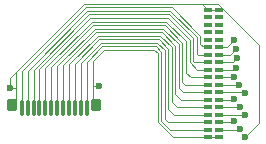
<source format=gbr>
%TF.GenerationSoftware,KiCad,Pcbnew,9.0.1*%
%TF.CreationDate,2025-07-04T15:05:31+02:00*%
%TF.ProjectId,USB_36pinOmnetics_bend,5553425f-3336-4706-996e-4f6d6e657469,rev?*%
%TF.SameCoordinates,Original*%
%TF.FileFunction,Copper,L2,Bot*%
%TF.FilePolarity,Positive*%
%FSLAX46Y46*%
G04 Gerber Fmt 4.6, Leading zero omitted, Abs format (unit mm)*
G04 Created by KiCad (PCBNEW 9.0.1) date 2025-07-04 15:05:31*
%MOMM*%
%LPD*%
G01*
G04 APERTURE LIST*
G04 Aperture macros list*
%AMRoundRect*
0 Rectangle with rounded corners*
0 $1 Rounding radius*
0 $2 $3 $4 $5 $6 $7 $8 $9 X,Y pos of 4 corners*
0 Add a 4 corners polygon primitive as box body*
4,1,4,$2,$3,$4,$5,$6,$7,$8,$9,$2,$3,0*
0 Add four circle primitives for the rounded corners*
1,1,$1+$1,$2,$3*
1,1,$1+$1,$4,$5*
1,1,$1+$1,$6,$7*
1,1,$1+$1,$8,$9*
0 Add four rect primitives between the rounded corners*
20,1,$1+$1,$2,$3,$4,$5,0*
20,1,$1+$1,$4,$5,$6,$7,0*
20,1,$1+$1,$6,$7,$8,$9,0*
20,1,$1+$1,$8,$9,$2,$3,0*%
G04 Aperture macros list end*
%TA.AperFunction,SMDPad,CuDef*%
%ADD10R,0.762000X0.381000*%
%TD*%
%TA.AperFunction,SMDPad,CuDef*%
%ADD11RoundRect,0.050000X-0.115000X-0.625000X0.115000X-0.625000X0.115000X0.625000X-0.115000X0.625000X0*%
%TD*%
%TA.AperFunction,SMDPad,CuDef*%
%ADD12RoundRect,0.120000X0.280000X0.415000X-0.280000X0.415000X-0.280000X-0.415000X0.280000X-0.415000X0*%
%TD*%
%TA.AperFunction,SMDPad,CuDef*%
%ADD13RoundRect,0.120000X-0.280000X-0.415000X0.280000X-0.415000X0.280000X0.415000X-0.280000X0.415000X0*%
%TD*%
%TA.AperFunction,ViaPad*%
%ADD14C,0.600000*%
%TD*%
%TA.AperFunction,Conductor*%
%ADD15C,0.100000*%
%TD*%
G04 APERTURE END LIST*
D10*
%TO.P,J1,1,1*%
%TO.N,GND*%
X149000000Y-105770250D03*
%TO.P,J1,2,2*%
%TO.N,Net-(J1-Pad2)*%
X149000000Y-105135250D03*
%TO.P,J1,3,3*%
%TO.N,Net-(J1-Pad3)*%
X149000000Y-104500250D03*
%TO.P,J1,4,4*%
%TO.N,Net-(J1-Pad4)*%
X149000000Y-103865250D03*
%TO.P,J1,5,5*%
%TO.N,Net-(J1-Pad5)*%
X149000000Y-103230250D03*
%TO.P,J1,6,6*%
%TO.N,Net-(J1-Pad6)*%
X149000000Y-102595250D03*
%TO.P,J1,7,7*%
%TO.N,Net-(J1-Pad7)*%
X149000000Y-101960250D03*
%TO.P,J1,8,8*%
%TO.N,Net-(J1-Pad8)*%
X149000000Y-101325250D03*
%TO.P,J1,9,9*%
%TO.N,Net-(J1-Pad9)*%
X149000000Y-100690250D03*
%TO.P,J1,10,10*%
%TO.N,Net-(J1-Pad10)*%
X149000000Y-100055250D03*
%TO.P,J1,11,11*%
%TO.N,Net-(J1-Pad11)*%
X149000000Y-99420250D03*
%TO.P,J1,12,12*%
%TO.N,Net-(J1-Pad12)*%
X149000000Y-98785250D03*
%TO.P,J1,13,13*%
%TO.N,Net-(J1-Pad13)*%
X149000000Y-98150250D03*
%TO.P,J1,14,14*%
%TO.N,unconnected-(J1-Pad14)*%
X149000000Y-97515250D03*
%TO.P,J1,15,15*%
%TO.N,unconnected-(J1-Pad15)*%
X149000000Y-96880250D03*
%TO.P,J1,16,16*%
%TO.N,unconnected-(J1-Pad16)*%
X149000000Y-96245250D03*
%TO.P,J1,17,17*%
%TO.N,unconnected-(J1-Pad17)*%
X149000000Y-95610250D03*
%TO.P,J1,18,18*%
%TO.N,GND*%
X149000000Y-94975250D03*
%TO.P,J1,19,19*%
X148060200Y-105770250D03*
%TO.P,J1,20,20*%
%TO.N,Net-(J1-Pad20)*%
X148060200Y-105135250D03*
%TO.P,J1,21,21*%
%TO.N,Net-(J1-Pad21)*%
X148060200Y-104500250D03*
%TO.P,J1,22,22*%
%TO.N,Net-(J1-Pad22)*%
X148060200Y-103865250D03*
%TO.P,J1,23,23*%
%TO.N,Net-(J1-Pad23)*%
X148060200Y-103230250D03*
%TO.P,J1,24,24*%
%TO.N,Net-(J1-Pad24)*%
X148060200Y-102595250D03*
%TO.P,J1,25,25*%
%TO.N,Net-(J1-Pad25)*%
X148060200Y-101960250D03*
%TO.P,J1,26,26*%
%TO.N,Net-(J1-Pad26)*%
X148060200Y-101325250D03*
%TO.P,J1,27,27*%
%TO.N,Net-(J1-Pad27)*%
X148060200Y-100690250D03*
%TO.P,J1,28,28*%
%TO.N,Net-(J1-Pad28)*%
X148060200Y-100055250D03*
%TO.P,J1,29,29*%
%TO.N,Net-(J1-Pad29)*%
X148060200Y-99420250D03*
%TO.P,J1,30,30*%
%TO.N,Net-(J1-Pad30)*%
X148060200Y-98785250D03*
%TO.P,J1,31,31*%
%TO.N,Net-(J1-Pad31)*%
X148060200Y-98150250D03*
%TO.P,J1,32,32*%
%TO.N,unconnected-(J1-Pad32)*%
X148060200Y-97515250D03*
%TO.P,J1,33,33*%
%TO.N,unconnected-(J1-Pad33)*%
X148060200Y-96880250D03*
%TO.P,J1,34,34*%
%TO.N,unconnected-(J1-Pad34)*%
X148060200Y-96245250D03*
%TO.P,J1,35,35*%
%TO.N,unconnected-(J1-Pad35)*%
X148060200Y-95610250D03*
%TO.P,J1,36,36*%
%TO.N,GND*%
X148060200Y-94975250D03*
%TD*%
D11*
%TO.P,U2,12,12*%
%TO.N,Net-(J1-Pad31)*%
X132300000Y-103300000D03*
%TO.P,U2,13,13*%
%TO.N,Net-(J1-Pad30)*%
X132800000Y-103300000D03*
%TO.P,U2,14,14*%
%TO.N,Net-(J1-Pad29)*%
X133300000Y-103300000D03*
%TO.P,U2,15,15*%
%TO.N,Net-(J1-Pad28)*%
X133800000Y-103300000D03*
%TO.P,U2,16,16*%
%TO.N,Net-(J1-Pad27)*%
X134300000Y-103300000D03*
%TO.P,U2,17,17*%
%TO.N,Net-(J1-Pad26)*%
X134800000Y-103300000D03*
%TO.P,U2,18,18*%
%TO.N,Net-(J1-Pad25)*%
X135300000Y-103300000D03*
%TO.P,U2,19,19*%
%TO.N,Net-(J1-Pad24)*%
X135800000Y-103300000D03*
%TO.P,U2,20,20*%
%TO.N,Net-(J1-Pad23)*%
X136300000Y-103300000D03*
%TO.P,U2,21,21*%
%TO.N,Net-(J1-Pad22)*%
X136800000Y-103300000D03*
%TO.P,U2,22,22*%
%TO.N,Net-(J1-Pad21)*%
X137300000Y-103300000D03*
%TO.P,U2,23,23*%
%TO.N,Net-(J1-Pad20)*%
X137800000Y-103300000D03*
D12*
%TO.P,U2,26,26*%
%TO.N,GND*%
X131500000Y-102990000D03*
D13*
%TO.P,U2,27,27*%
X138600000Y-102990000D03*
%TD*%
D14*
%TO.N,GND*%
X151194284Y-105741958D03*
X131300000Y-101600000D03*
X138805500Y-101400000D03*
%TO.N,Net-(J1-Pad2)*%
X150751678Y-105075547D03*
%TO.N,Net-(J1-Pad3)*%
X150300000Y-104415250D03*
%TO.N,Net-(J1-Pad4)*%
X151200000Y-103900000D03*
%TO.N,Net-(J1-Pad5)*%
X150800000Y-103200000D03*
%TO.N,Net-(J1-Pad6)*%
X150300000Y-102510250D03*
%TO.N,Net-(J1-Pad7)*%
X151172942Y-102017417D03*
%TO.N,Net-(J1-Pad8)*%
X150735124Y-101347850D03*
%TO.N,Net-(J1-Pad9)*%
X150276947Y-100692047D03*
%TO.N,Net-(J1-Pad10)*%
X150455941Y-99912326D03*
%TO.N,Net-(J1-Pad11)*%
X150551001Y-99079502D03*
%TO.N,Net-(J1-Pad12)*%
X150402398Y-98293422D03*
%TO.N,Net-(J1-Pad13)*%
X150300000Y-97500000D03*
%TD*%
D15*
%TO.N,GND*%
X131300000Y-100769351D02*
X131300000Y-101600000D01*
X137612351Y-94457000D02*
X131300000Y-100769351D01*
X148920250Y-94457000D02*
X137612351Y-94457000D01*
X152400000Y-97936750D02*
X148920250Y-94457000D01*
X152400000Y-104536242D02*
X152400000Y-97936750D01*
X151194284Y-105741958D02*
X152400000Y-104536242D01*
X131300000Y-101600000D02*
X131800000Y-101600000D01*
X131800000Y-103000000D02*
X131800000Y-101600000D01*
X138805500Y-101400000D02*
X138300000Y-101400000D01*
X138300000Y-101400000D02*
X138300000Y-101300000D01*
X138300000Y-101300000D02*
X138300000Y-99303165D01*
X149000000Y-94975250D02*
X148060200Y-94975250D01*
X149000000Y-105770250D02*
X148060200Y-105770250D01*
%TO.N,Net-(J1-Pad2)*%
X150691975Y-105135250D02*
X149000000Y-105135250D01*
X150751678Y-105075547D02*
X150691975Y-105135250D01*
%TO.N,Net-(J1-Pad3)*%
X150300000Y-104415250D02*
X150215000Y-104500250D01*
X150215000Y-104500250D02*
X149000000Y-104500250D01*
%TO.N,Net-(J1-Pad4)*%
X151165250Y-103865250D02*
X149000000Y-103865250D01*
X151200000Y-103900000D02*
X151165250Y-103865250D01*
%TO.N,Net-(J1-Pad5)*%
X150769750Y-103230250D02*
X149000000Y-103230250D01*
X150800000Y-103200000D02*
X150769750Y-103230250D01*
%TO.N,Net-(J1-Pad6)*%
X150215000Y-102595250D02*
X149000000Y-102595250D01*
X150300000Y-102510250D02*
X150215000Y-102595250D01*
%TO.N,Net-(J1-Pad7)*%
X151115775Y-101960250D02*
X149000000Y-101960250D01*
X151172942Y-102017417D02*
X151115775Y-101960250D01*
%TO.N,Net-(J1-Pad8)*%
X150712524Y-101325250D02*
X149000000Y-101325250D01*
X150735124Y-101347850D02*
X150712524Y-101325250D01*
%TO.N,Net-(J1-Pad9)*%
X149990250Y-100690250D02*
X149000000Y-100690250D01*
X149992047Y-100692047D02*
X149990250Y-100690250D01*
X150276947Y-100692047D02*
X149992047Y-100692047D01*
%TO.N,Net-(J1-Pad10)*%
X150455941Y-99912326D02*
X150313017Y-100055250D01*
X150313017Y-100055250D02*
X149000000Y-100055250D01*
%TO.N,Net-(J1-Pad11)*%
X150210253Y-99420250D02*
X149000000Y-99420250D01*
X150551001Y-99079502D02*
X150210253Y-99420250D01*
%TO.N,Net-(J1-Pad12)*%
X149910570Y-98785250D02*
X149000000Y-98785250D01*
X150402398Y-98293422D02*
X149910570Y-98785250D01*
%TO.N,Net-(J1-Pad13)*%
X149649750Y-98150250D02*
X149000000Y-98150250D01*
X150300000Y-97500000D02*
X149649750Y-98150250D01*
%TO.N,GND*%
X147541950Y-94457000D02*
X148060200Y-94975250D01*
X137612351Y-94457000D02*
X147541950Y-94457000D01*
X131800000Y-100269351D02*
X137612351Y-94457000D01*
X131800000Y-101600000D02*
X131800000Y-100269351D01*
X143800000Y-98643665D02*
X143800000Y-104500000D01*
X145070250Y-105770250D02*
X148060200Y-105770250D01*
X143526335Y-98370000D02*
X143800000Y-98643665D01*
X139233165Y-98370000D02*
X143526335Y-98370000D01*
X138300000Y-99303165D02*
X139233165Y-98370000D01*
X138300000Y-103000000D02*
X138300000Y-101400000D01*
X143800000Y-104500000D02*
X145070250Y-105770250D01*
%TO.N,Net-(J1-Pad20)*%
X144860928Y-105135250D02*
X148060200Y-105135250D01*
X144101000Y-104375322D02*
X144860928Y-105135250D01*
X143651013Y-98069000D02*
X144101000Y-98518987D01*
X137800000Y-99377487D02*
X139108487Y-98069000D01*
X139108487Y-98069000D02*
X143651013Y-98069000D01*
X144101000Y-98518987D02*
X144101000Y-104375322D01*
X137800000Y-103300000D02*
X137800000Y-99377487D01*
%TO.N,Net-(J1-Pad21)*%
X144402000Y-104250644D02*
X144651606Y-104500250D01*
X137300000Y-99451809D02*
X138983809Y-97768000D01*
X143775691Y-97768000D02*
X144402000Y-98394309D01*
X144402000Y-98394309D02*
X144402000Y-104250644D01*
X144651606Y-104500250D02*
X148060200Y-104500250D01*
X137300000Y-103300000D02*
X137300000Y-99451809D01*
X138983809Y-97768000D02*
X143775691Y-97768000D01*
%TO.N,Net-(J1-Pad22)*%
X145165250Y-103865250D02*
X148060200Y-103865250D01*
X144703000Y-103403000D02*
X145165250Y-103865250D01*
X144703000Y-98269631D02*
X144703000Y-103403000D01*
X138859131Y-97467000D02*
X143900369Y-97467000D01*
X136800000Y-99526131D02*
X138859131Y-97467000D01*
X136800000Y-103300000D02*
X136800000Y-99526131D01*
X143900369Y-97467000D02*
X144703000Y-98269631D01*
%TO.N,Net-(J1-Pad23)*%
X145004000Y-102800000D02*
X145434250Y-103230250D01*
X144025047Y-97166000D02*
X145004000Y-98144953D01*
X145004000Y-98144953D02*
X145004000Y-102800000D01*
X138734453Y-97166000D02*
X144025047Y-97166000D01*
X136300000Y-99600453D02*
X138734453Y-97166000D01*
X136300000Y-103300000D02*
X136300000Y-99600453D01*
X145434250Y-103230250D02*
X148060200Y-103230250D01*
%TO.N,Net-(J1-Pad24)*%
X145305000Y-102100000D02*
X145800250Y-102595250D01*
X145305000Y-98020275D02*
X145305000Y-102100000D01*
X145800250Y-102595250D02*
X148060200Y-102595250D01*
X138609775Y-96865000D02*
X144149725Y-96865000D01*
X144149725Y-96865000D02*
X145305000Y-98020275D01*
X135800000Y-99674775D02*
X138609775Y-96865000D01*
X135800000Y-103300000D02*
X135800000Y-99674775D01*
%TO.N,Net-(J1-Pad25)*%
X145966250Y-101960250D02*
X148060200Y-101960250D01*
X145606000Y-101600000D02*
X145966250Y-101960250D01*
%TO.N,Net-(J1-Pad26)*%
X146132250Y-101325250D02*
X148060200Y-101325250D01*
X145907000Y-101100000D02*
X146132250Y-101325250D01*
%TO.N,Net-(J1-Pad27)*%
X146208000Y-100300000D02*
X146598250Y-100690250D01*
X138235741Y-95962000D02*
X144523759Y-95962000D01*
X134300000Y-99897741D02*
X138235741Y-95962000D01*
X146208000Y-97646241D02*
X146208000Y-100300000D01*
X146598250Y-100690250D02*
X148060200Y-100690250D01*
X134300000Y-103300000D02*
X134300000Y-99897741D01*
X144523759Y-95962000D02*
X146208000Y-97646241D01*
%TO.N,Net-(J1-Pad28)*%
X147139572Y-100055250D02*
X148060200Y-100055250D01*
X146509000Y-99424678D02*
X147139572Y-100055250D01*
X146509000Y-97521563D02*
X146509000Y-99424678D01*
%TO.N,Net-(J1-Pad29)*%
X146810000Y-99300000D02*
X146930250Y-99420250D01*
X146930250Y-99420250D02*
X148060200Y-99420250D01*
%TO.N,Net-(J1-Pad30)*%
X147196250Y-98785250D02*
X148060200Y-98785250D01*
X147111000Y-98700000D02*
X147196250Y-98785250D01*
%TO.N,Net-(J1-Pad31)*%
X147428200Y-97828700D02*
X147749750Y-98150250D01*
X145022471Y-94758000D02*
X147428200Y-97163729D01*
X147749750Y-98150250D02*
X148060200Y-98150250D01*
X132300000Y-100195029D02*
X137737029Y-94758000D01*
X137737029Y-94758000D02*
X145022471Y-94758000D01*
X147428200Y-97163729D02*
X147428200Y-97828700D01*
X132300000Y-103300000D02*
X132300000Y-100195029D01*
%TO.N,Net-(J1-Pad30)*%
X144897793Y-95059000D02*
X147111000Y-97272207D01*
X137861707Y-95059000D02*
X144897793Y-95059000D01*
X147111000Y-97272207D02*
X147111000Y-98700000D01*
X132800000Y-100120707D02*
X137861707Y-95059000D01*
X132800000Y-103300000D02*
X132800000Y-100120707D01*
%TO.N,Net-(J1-Pad29)*%
X146810000Y-97396885D02*
X146810000Y-99300000D01*
X133300000Y-100046385D02*
X137986385Y-95360000D01*
X144773115Y-95360000D02*
X146810000Y-97396885D01*
X137986385Y-95360000D02*
X144773115Y-95360000D01*
X133300000Y-103300000D02*
X133300000Y-100046385D01*
%TO.N,Net-(J1-Pad28)*%
X144648437Y-95661000D02*
X146509000Y-97521563D01*
X138111063Y-95661000D02*
X144648437Y-95661000D01*
X133800000Y-99972063D02*
X138111063Y-95661000D01*
X133800000Y-103300000D02*
X133800000Y-99972063D01*
%TO.N,Net-(J1-Pad26)*%
X144399081Y-96263000D02*
X145907000Y-97770919D01*
X145907000Y-97770919D02*
X145907000Y-101100000D01*
X138360419Y-96263000D02*
X144399081Y-96263000D01*
X134800000Y-99823419D02*
X138360419Y-96263000D01*
X134800000Y-103300000D02*
X134800000Y-99823419D01*
%TO.N,Net-(J1-Pad25)*%
X145606000Y-97895597D02*
X145606000Y-101600000D01*
X144274403Y-96564000D02*
X145606000Y-97895597D01*
X138485097Y-96564000D02*
X144274403Y-96564000D01*
X135300000Y-99749097D02*
X138485097Y-96564000D01*
X135300000Y-103300000D02*
X135300000Y-99749097D01*
%TD*%
M02*

</source>
